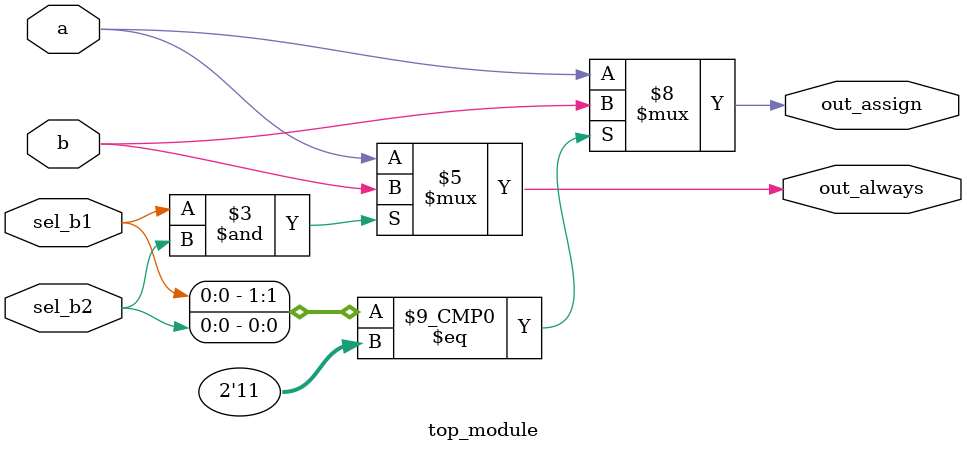
<source format=v>
module top_module (
    input a,
    input b,
    input sel_b1,
    input sel_b2,
    output reg out_assign,
    output reg out_always   ); 
    
    //assign out_assign = (sel_b1 & sel_b2) ? b : a;
    /* */
    always @(*) begin
        case ( {sel_b1, sel_b2} )
            2'b11	: out_assign = b;
            default : out_assign = a;
        endcase
    end
	/* */
    
    always @(*) begin
        if ( sel_b1 & sel_b2 ) begin
            out_always = b;
        end
        else begin
            out_always = a;                
        end
    end

endmodule

</source>
